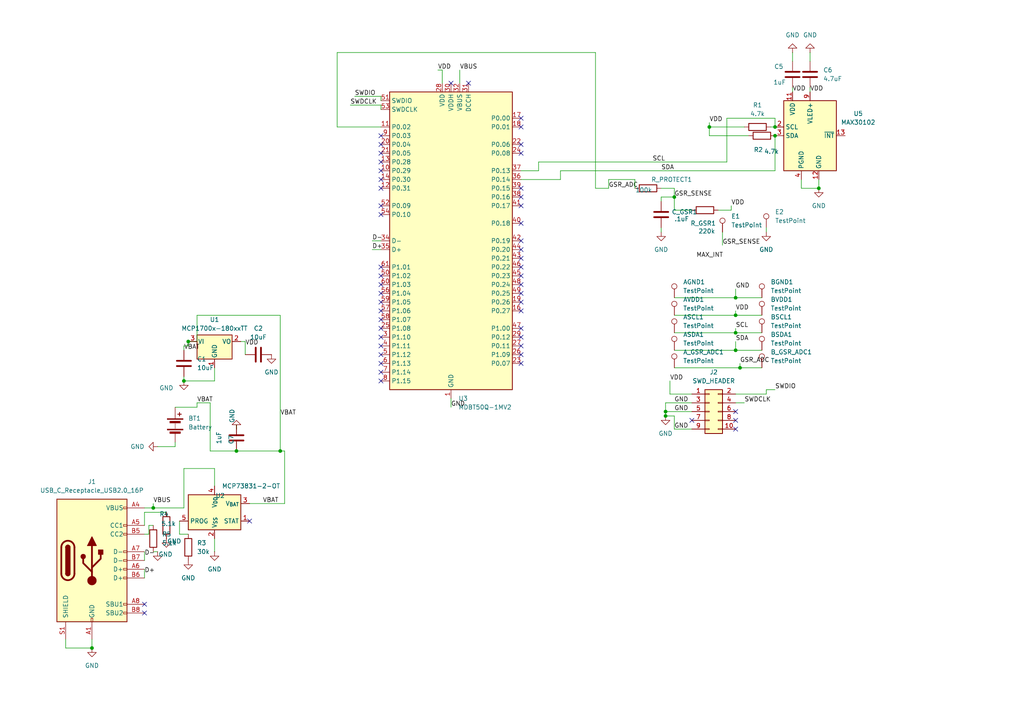
<source format=kicad_sch>
(kicad_sch (version 20250114) (generator "eeschema") (generator_version "9.0")
  (paper "A4")
  (lib_symbols
    (symbol "Battery_Management:MCP73831-2-OT"
      (property "Reference" "U" (at -7.62 6.35 0))
      (property "Value" "MCP73831-2-OT" (at 1.27 6.35 0))
      (symbol "MCP73831-2-OT_0_1"
        (rectangle (start -7.62 5.08) (end 7.62 -5.08) (stroke (width 0.254)) (fill (type background)))
      )
      (symbol "MCP73831-2-OT_1_1"
        (pin input line (at -10.16 -2.54 0) (length 2.54) (name "PROG") (number "5"))
        (pin power_in line (at 0 7.62 270) (length 2.54) (name "V_{DD}") (number "4"))
        (pin power_in line (at 0 -7.62 90) (length 2.54) (name "V_{SS}") (number "2"))
        (pin power_out line (at 10.16 2.54 180) (length 2.54) (name "V_{BAT}") (number "3"))
        (pin tri_state line (at 10.16 -2.54 180) (length 2.54) (name "STAT") (number "1"))
      )
    )
    (symbol "Connector:TestPoint" (pin_numbers (hide yes)) (pin_names (offset 0.762) (hide yes))
      (property "Reference" "TP" (at 0 6.858 0))
      (property "Value" "TestPoint" (at 0 5.08 0))
      (symbol "TestPoint_0_1"
        (circle (center 0 3.302) (radius 0.762))
      )
      (symbol "TestPoint_1_1"
        (pin passive line (at 0 0 90) (length 2.54) (name "1") (number "1"))
      )
    )
    (symbol "Connector:USB_C_Receptacle_USB2.0_16P" (pin_names (offset 1.016))
      (property "Reference" "J" (at 0 22.225 0))
      (property "Value" "USB_C_Receptacle_USB2.0_16P" (at 0 19.685 0))
      (symbol "USB_C_Receptacle_USB2.0_16P_0_0"
        (rectangle (start -0.254 -17.78) (end 0.254 -16.764))
        (rectangle (start 10.16 15.494) (end 9.144 14.986))
        (rectangle (start 10.16 10.414) (end 9.144 9.906))
        (rectangle (start 10.16 7.874) (end 9.144 7.366))
        (rectangle (start 10.16 2.794) (end 9.144 2.286))
        (rectangle (start 10.16 0.254) (end 9.144 -0.254))
        (rectangle (start 10.16 -2.286) (end 9.144 -2.794))
        (rectangle (start 10.16 -4.826) (end 9.144 -5.334))
        (rectangle (start 10.16 -12.446) (end 9.144 -12.954))
        (rectangle (start 10.16 -14.986) (end 9.144 -15.494))
      )
      (symbol "USB_C_Receptacle_USB2.0_16P_0_1"
        (rectangle (start -10.16 17.78) (end 10.16 -17.78) (stroke (width 0.254)) (fill (type background)))
        (polyline (pts (xy -8.89 -3.81) (xy -8.89 3.81)) (stroke (width 0.508)))
        (rectangle (start -7.62 -3.81) (end -6.35 3.81) (stroke (width 0.254)) (fill (type outline)))
        (arc (start -7.62 3.81) (mid -6.985 4.4423) (end -6.35 3.81) (stroke (width 0.254)))
        (arc (start -7.62 3.81) (mid -6.985 4.4423) (end -6.35 3.81) (stroke (width 0.254)) (fill (type outline)))
        (arc (start -8.89 3.81) (mid -6.985 5.7067) (end -5.08 3.81) (stroke (width 0.508)))
        (arc (start -5.08 -3.81) (mid -6.985 -5.7067) (end -8.89 -3.81) (stroke (width 0.508)))
        (arc (start -6.35 -3.81) (mid -6.985 -4.4423) (end -7.62 -3.81) (stroke (width 0.254)))
        (arc (start -6.35 -3.81) (mid -6.985 -4.4423) (end -7.62 -3.81) (stroke (width 0.254)) (fill (type outline)))
        (polyline (pts (xy -5.08 3.81) (xy -5.08 -3.81)) (stroke (width 0.508)))
        (circle (center -2.54 1.143) (radius 0.635) (stroke (width 0.254)) (fill (type outline)))
        (polyline (pts (xy -1.27 4.318) (xy 0 6.858) (xy 1.27 4.318) (xy -1.27 4.318)) (stroke (width 0.254)) (fill (type outline)))
        (polyline (pts (xy 0 -2.032) (xy 2.54 0.508) (xy 2.54 1.778)) (stroke (width 0.508)))
        (polyline (pts (xy 0 -3.302) (xy -2.54 -0.762) (xy -2.54 0.508)) (stroke (width 0.508)))
        (polyline (pts (xy 0 -5.842) (xy 0 4.318)) (stroke (width 0.508)))
        (circle (center 0 -5.842) (radius 1.27) (fill (type outline)))
        (rectangle (start 1.905 1.778) (end 3.175 3.048) (stroke (width 0.254)) (fill (type outline)))
      )
      (symbol "USB_C_Receptacle_USB2.0_16P_1_1"
        (pin passive line (at -7.62 -22.86 90) (length 5.08) (name "SHIELD") (number "S1"))
        (pin passive line (at 0 -22.86 90) (length 5.08) (name "GND") (number "A1"))
        (pin passive line (at 0 -22.86 90) (length 5.08) (hide yes) (name "GND") (number "A12"))
        (pin passive line (at 0 -22.86 90) (length 5.08) (hide yes) (name "GND") (number "B1"))
        (pin passive line (at 0 -22.86 90) (length 5.08) (hide yes) (name "GND") (number "B12"))
        (pin passive line (at 15.24 15.24 180) (length 5.08) (name "VBUS") (number "A4"))
        (pin passive line (at 15.24 15.24 180) (length 5.08) (hide yes) (name "VBUS") (number "A9"))
        (pin passive line (at 15.24 15.24 180) (length 5.08) (hide yes) (name "VBUS") (number "B4"))
        (pin passive line (at 15.24 15.24 180) (length 5.08) (hide yes) (name "VBUS") (number "B9"))
        (pin bidirectional line (at 15.24 10.16 180) (length 5.08) (name "CC1") (number "A5"))
        (pin bidirectional line (at 15.24 7.62 180) (length 5.08) (name "CC2") (number "B5"))
        (pin bidirectional line (at 15.24 2.54 180) (length 5.08) (name "D-") (number "A7"))
        (pin bidirectional line (at 15.24 0 180) (length 5.08) (name "D-") (number "B7"))
        (pin bidirectional line (at 15.24 -2.54 180) (length 5.08) (name "D+") (number "A6"))
        (pin bidirectional line (at 15.24 -5.08 180) (length 5.08) (name "D+") (number "B6"))
        (pin bidirectional line (at 15.24 -12.7 180) (length 5.08) (name "SBU1") (number "A8"))
        (pin bidirectional line (at 15.24 -15.24 180) (length 5.08) (name "SBU2") (number "B8"))
      )
    )
    (symbol "Connector_Generic:Conn_02x05_Odd_Even" (pin_names (offset 1.016) (hide yes))
      (property "Reference" "J" (at 1.27 7.62 0))
      (property "Value" "Conn_02x05_Odd_Even" (at 1.27 -7.62 0))
      (symbol "Conn_02x05_Odd_Even_1_1"
        (rectangle (start -1.27 6.35) (end 3.81 -6.35) (stroke (width 0.254)) (fill (type background)))
        (rectangle (start -1.27 5.207) (end 0 4.953) (stroke (width 0.1524)))
        (rectangle (start -1.27 2.667) (end 0 2.413) (stroke (width 0.1524)))
        (rectangle (start -1.27 0.127) (end 0 -0.127) (stroke (width 0.1524)))
        (rectangle (start -1.27 -2.413) (end 0 -2.667) (stroke (width 0.1524)))
        (rectangle (start -1.27 -4.953) (end 0 -5.207) (stroke (width 0.1524)))
        (rectangle (start 3.81 5.207) (end 2.54 4.953) (stroke (width 0.1524)))
        (rectangle (start 3.81 2.667) (end 2.54 2.413) (stroke (width 0.1524)))
        (rectangle (start 3.81 0.127) (end 2.54 -0.127) (stroke (width 0.1524)))
        (rectangle (start 3.81 -2.413) (end 2.54 -2.667) (stroke (width 0.1524)))
        (rectangle (start 3.81 -4.953) (end 2.54 -5.207) (stroke (width 0.1524)))
        (pin passive line (at -5.08 5.08 0) (length 3.81) (name "Pin_1") (number "1"))
        (pin passive line (at -5.08 2.54 0) (length 3.81) (name "Pin_3") (number "3"))
        (pin passive line (at -5.08 0 0) (length 3.81) (name "Pin_5") (number "5"))
        (pin passive line (at -5.08 -2.54 0) (length 3.81) (name "Pin_7") (number "7"))
        (pin passive line (at -5.08 -5.08 0) (length 3.81) (name "Pin_9") (number "9"))
        (pin passive line (at 7.62 5.08 180) (length 3.81) (name "Pin_2") (number "2"))
        (pin passive line (at 7.62 2.54 180) (length 3.81) (name "Pin_4") (number "4"))
        (pin passive line (at 7.62 0 180) (length 3.81) (name "Pin_6") (number "6"))
        (pin passive line (at 7.62 -2.54 180) (length 3.81) (name "Pin_8") (number "8"))
        (pin passive line (at 7.62 -5.08 180) (length 3.81) (name "Pin_10") (number "10"))
      )
    )
    (symbol "Device:Battery" (pin_numbers (hide yes)) (pin_names (offset 0) (hide yes))
      (property "Reference" "BT" (at 2.54 2.54 0))
      (property "Value" "Battery" (at 2.54 0 0))
      (symbol "Battery_0_1"
        (rectangle (start -2.286 1.778) (end 2.286 1.524) (fill (type outline)))
        (rectangle (start -2.286 -1.27) (end 2.286 -1.524) (fill (type outline)))
        (rectangle (start -1.524 1.016) (end 1.524 0.508) (fill (type outline)))
        (rectangle (start -1.524 -2.032) (end 1.524 -2.54) (fill (type outline)))
        (polyline (pts (xy 0 1.778) (xy 0 2.54)))
        (polyline (pts (xy 0 0) (xy 0 0.254)))
        (polyline (pts (xy 0 -0.508) (xy 0 -0.254)))
        (polyline (pts (xy 0 -1.016) (xy 0 -0.762)))
        (polyline (pts (xy 0.762 3.048) (xy 1.778 3.048)) (stroke (width 0.254)))
        (polyline (pts (xy 1.27 3.556) (xy 1.27 2.54)) (stroke (width 0.254)))
      )
      (symbol "Battery_1_1"
        (pin passive line (at 0 5.08 270) (length 2.54) (name "+") (number "1"))
        (pin passive line (at 0 -5.08 90) (length 2.54) (name "-") (number "2"))
      )
    )
    (symbol "Device:C" (pin_numbers (hide yes)) (pin_names (offset 0.254))
      (property "Reference" "C" (at 0.635 2.54 0))
      (property "Value" "C" (at 0.635 -2.54 0))
      (symbol "C_0_1"
        (polyline (pts (xy -2.032 0.762) (xy 2.032 0.762)) (stroke (width 0.508)))
        (polyline (pts (xy -2.032 -0.762) (xy 2.032 -0.762)) (stroke (width 0.508)))
      )
      (symbol "C_1_1"
        (pin passive line (at 0 3.81 270) (length 2.794) (name "~") (number "1"))
        (pin passive line (at 0 -3.81 90) (length 2.794) (name "~") (number "2"))
      )
    )
    (symbol "Device:R" (pin_numbers (hide yes)) (pin_names (offset 0))
      (property "Reference" "R" (at 2.032 0 90))
      (property "Value" "R" (at 0 0 90))
      (symbol "R_0_1"
        (rectangle (start -1.016 -2.54) (end 1.016 2.54) (stroke (width 0.254)))
      )
      (symbol "R_1_1"
        (pin passive line (at 0 3.81 270) (length 1.27) (name "~") (number "1"))
        (pin passive line (at 0 -3.81 90) (length 1.27) (name "~") (number "2"))
      )
    )
    (symbol "RF_Module:MDBT50Q-1MV2"
      (property "Reference" "U" (at 0 0 0))
      (property "Value" "MDBT50Q-1MV2" (at 0 -2.54 0))
      (symbol "MDBT50Q-1MV2_0_1"
        (rectangle (start -17.78 43.18) (end 17.78 -43.18) (stroke (width 0.254)) (fill (type background)))
      )
      (symbol "MDBT50Q-1MV2_1_1"
        (pin bidirectional line (at -20.32 40.64 0) (length 2.54) (name "SWDIO") (number "51"))
        (pin input line (at -20.32 38.1 0) (length 2.54) (name "SWDCLK") (number "53"))
        (pin bidirectional line (at -20.32 33.02 0) (length 2.54) (name "P0.02") (number "11"))
        (pin bidirectional line (at -20.32 30.48 0) (length 2.54) (name "P0.03") (number "9"))
        (pin bidirectional line (at -20.32 27.94 0) (length 2.54) (name "P0.04") (number "20"))
        (pin bidirectional line (at -20.32 25.4 0) (length 2.54) (name "P0.05") (number "21"))
        (pin bidirectional line (at -20.32 22.86 0) (length 2.54) (name "P0.28") (number "13"))
        (pin bidirectional line (at -20.32 20.32 0) (length 2.54) (name "P0.29") (number "10"))
        (pin bidirectional line (at -20.32 17.78 0) (length 2.54) (name "P0.30") (number "14"))
        (pin bidirectional line (at -20.32 15.24 0) (length 2.54) (name "P0.31") (number "12"))
        (pin bidirectional line (at -20.32 10.16 0) (length 2.54) (name "P0.09") (number "52"))
        (pin bidirectional line (at -20.32 7.62 0) (length 2.54) (name "P0.10") (number "54"))
        (pin bidirectional line (at -20.32 0 0) (length 2.54) (name "D-") (number "34"))
        (pin bidirectional line (at -20.32 -2.54 0) (length 2.54) (name "D+") (number "35"))
        (pin bidirectional line (at -20.32 -7.62 0) (length 2.54) (name "P1.01") (number "61"))
        (pin bidirectional line (at -20.32 -10.16 0) (length 2.54) (name "P1.02") (number "50"))
        (pin bidirectional line (at -20.32 -12.7 0) (length 2.54) (name "P1.03") (number "60"))
        (pin bidirectional line (at -20.32 -15.24 0) (length 2.54) (name "P1.04") (number "56"))
        (pin bidirectional line (at -20.32 -17.78 0) (length 2.54) (name "P1.05") (number "59"))
        (pin bidirectional line (at -20.32 -20.32 0) (length 2.54) (name "P1.06") (number "57"))
        (pin bidirectional line (at -20.32 -22.86 0) (length 2.54) (name "P1.07") (number "58"))
        (pin bidirectional line (at -20.32 -25.4 0) (length 2.54) (name "P1.08") (number "25"))
        (pin bidirectional line (at -20.32 -27.94 0) (length 2.54) (name "P1.10") (number "3"))
        (pin bidirectional line (at -20.32 -30.48 0) (length 2.54) (name "P1.11") (number "4"))
        (pin bidirectional line (at -20.32 -33.02 0) (length 2.54) (name "P1.12") (number "5"))
        (pin bidirectional line (at -20.32 -35.56 0) (length 2.54) (name "P1.13") (number "6"))
        (pin bidirectional line (at -20.32 -38.1 0) (length 2.54) (name "P1.14") (number "7"))
        (pin bidirectional line (at -20.32 -40.64 0) (length 2.54) (name "P1.15") (number "8"))
        (pin power_in line (at -2.54 45.72 270) (length 2.54) (name "VDD") (number "28"))
        (pin power_in line (at 0 45.72 270) (length 2.54) (name "VDDH") (number "30"))
        (pin power_in line (at 0 -45.72 90) (length 2.54) (name "GND") (number "1"))
        (pin passive line (at 0 -45.72 90) (length 2.54) (hide yes) (name "GND") (number "15"))
        (pin passive line (at 0 -45.72 90) (length 2.54) (hide yes) (name "GND") (number "2"))
        (pin passive line (at 0 -45.72 90) (length 2.54) (hide yes) (name "GND") (number "33"))
        (pin passive line (at 0 -45.72 90) (length 2.54) (hide yes) (name "GND") (number "55"))
        (pin power_in line (at 2.54 45.72 270) (length 2.54) (name "VBUS") (number "32"))
        (pin power_out line (at 5.08 45.72 270) (length 2.54) (name "DCCH") (number "31"))
        (pin bidirectional line (at 20.32 35.56 180) (length 2.54) (name "P0.00") (number "17"))
        (pin bidirectional line (at 20.32 33.02 180) (length 2.54) (name "P0.01") (number "18"))
        (pin bidirectional line (at 20.32 27.94 180) (length 2.54) (name "P0.06") (number "22"))
        (pin bidirectional line (at 20.32 25.4 180) (length 2.54) (name "P0.08") (number "24"))
        (pin bidirectional line (at 20.32 20.32 180) (length 2.54) (name "P0.13") (number "37"))
        (pin bidirectional line (at 20.32 17.78 180) (length 2.54) (name "P0.14") (number "36"))
        (pin bidirectional line (at 20.32 15.24 180) (length 2.54) (name "P0.15") (number "39"))
        (pin bidirectional line (at 20.32 12.7 180) (length 2.54) (name "P0.16") (number "38"))
        (pin bidirectional line (at 20.32 10.16 180) (length 2.54) (name "P0.17") (number "41"))
        (pin bidirectional line (at 20.32 5.08 180) (length 2.54) (name "P0.18") (number "40"))
        (pin bidirectional line (at 20.32 0 180) (length 2.54) (name "P0.19") (number "42"))
        (pin bidirectional line (at 20.32 -2.54 180) (length 2.54) (name "P0.20") (number "44"))
        (pin bidirectional line (at 20.32 -5.08 180) (length 2.54) (name "P0.21") (number "43"))
        (pin bidirectional line (at 20.32 -7.62 180) (length 2.54) (name "P0.22") (number "46"))
        (pin bidirectional line (at 20.32 -10.16 180) (length 2.54) (name "P0.23") (number "45"))
        (pin bidirectional line (at 20.32 -12.7 180) (length 2.54) (name "P0.24") (number "48"))
        (pin bidirectional line (at 20.32 -15.24 180) (length 2.54) (name "P0.25") (number "49"))
        (pin bidirectional line (at 20.32 -17.78 180) (length 2.54) (name "P0.26") (number "19"))
        (pin bidirectional line (at 20.32 -20.32 180) (length 2.54) (name "P0.27") (number "16"))
        (pin bidirectional line (at 20.32 -25.4 180) (length 2.54) (name "P1.00") (number "47"))
        (pin bidirectional line (at 20.32 -27.94 180) (length 2.54) (name "P0.12") (number "29"))
        (pin bidirectional line (at 20.32 -30.48 180) (length 2.54) (name "P0.11") (number "27"))
        (pin bidirectional line (at 20.32 -33.02 180) (length 2.54) (name "P1.09") (number "26"))
        (pin bidirectional line (at 20.32 -35.56 180) (length 2.54) (name "P0.07") (number "23"))
      )
    )
    (symbol "Regulator_Linear:MCP1700x-180xxTT" (pin_names (offset 0.254))
      (property "Reference" "U" (at -3.81 3.175 0))
      (property "Value" "MCP1700x-180xxTT" (at 0 3.175 0))
      (symbol "MCP1700x-180xxTT_0_1"
        (rectangle (start -5.08 1.905) (end 5.08 -5.08) (stroke (width 0.254)) (fill (type background)))
      )
      (symbol "MCP1700x-180xxTT_1_1"
        (pin power_in line (at -7.62 0 0) (length 2.54) (name "VI") (number "3"))
        (pin power_in line (at 0 -7.62 90) (length 2.54) (name "GND") (number "1"))
        (pin power_out line (at 7.62 0 180) (length 2.54) (name "VO") (number "2"))
      )
    )
    (symbol "Sensor:MAX30102"
      (property "Reference" "U" (at 7.62 15.24 0))
      (property "Value" "MAX30102" (at 7.62 12.7 0))
      (symbol "MAX30102_0_1"
        (rectangle (start -7.62 10.16) (end 7.62 -10.16) (stroke (width 0.254)) (fill (type background)))
      )
      (symbol "MAX30102_1_1"
        (pin input line (at -10.16 2.54 0) (length 2.54) (name "SCL") (number "2"))
        (pin bidirectional line (at -10.16 0 0) (length 2.54) (name "SDA") (number "3"))
        (pin no_connect line (at -7.62 5.08 0) (length 2.54) (hide yes) (name "NC") (number "1"))
        (pin no_connect line (at -7.62 -2.54 0) (length 2.54) (hide yes) (name "NC") (number "7"))
        (pin power_in line (at -5.08 12.7 270) (length 2.54) (name "VDD") (number "11"))
        (pin power_in line (at -2.54 -12.7 90) (length 2.54) (name "PGND") (number "4"))
        (pin passive line (at 0 12.7 270) (length 2.54) (hide yes) (name "VLED+") (number "10"))
        (pin power_in line (at 0 12.7 270) (length 2.54) (name "VLED+") (number "9"))
        (pin power_in line (at 2.54 -12.7 90) (length 2.54) (name "GND") (number "12"))
        (pin no_connect line (at 7.62 5.08 180) (length 2.54) (hide yes) (name "NC") (number "8"))
        (pin no_connect line (at 7.62 2.54 180) (length 2.54) (hide yes) (name "NC") (number "14"))
        (pin no_connect line (at 7.62 -5.08 180) (length 2.54) (hide yes) (name "NC") (number "6"))
        (pin no_connect line (at 7.62 -7.62 180) (length 2.54) (hide yes) (name "NC") (number "5"))
        (pin output line (at 10.16 0 180) (length 2.54) (name "~{INT}") (number "13"))
      )
    )
    (symbol "power:GND" (power) (pin_numbers (hide yes)) (pin_names (offset 0) (hide yes))
      (property "Value" "GND" (at 0 -3.81 0))
      (symbol "GND_0_1"
        (polyline (pts (xy 0 0) (xy 0 -1.27) (xy 1.27 -1.27) (xy 0 -2.54) (xy -1.27 -1.27) (xy 0 -1.27)))
      )
      (symbol "GND_1_1"
        (pin power_in line (at 0 0 270) (length 0) (name "~") (number "1"))
      )
    )
  )
  (junction (at 53.34 110.49))
  (junction (at 213.36 86.36))
  (junction (at 193.04 120.65))
  (junction (at 195.58 57.15))
  (junction (at 213.36 91.44))
  (junction (at 205.74 36.83))
  (junction (at 214.63 106.68))
  (junction (at 224.79 36.83))
  (junction (at 193.04 119.38))
  (junction (at 81.28 130.81))
  (junction (at 237.49 54.61))
  (junction (at 224.79 39.37))
  (junction (at 68.58 130.81))
  (junction (at 26.67 187.96))
  (junction (at 44.45 147.32))
  (junction (at 54.61 99.06))
  (junction (at 213.36 101.6))
  (junction (at 213.36 96.52))
  (no_connect (at 213.36 124.46))
  (no_connect (at 110.49 110.49))
  (no_connect (at 151.13 85.09))
  (no_connect (at 41.91 175.26))
  (no_connect (at 110.49 46.99))
  (no_connect (at 110.49 92.71))
  (no_connect (at 110.49 62.23))
  (no_connect (at 151.13 69.85))
  (no_connect (at 110.49 97.79))
  (no_connect (at 151.13 77.47))
  (no_connect (at 110.49 54.61))
  (no_connect (at 130.81 24.13))
  (no_connect (at 151.13 82.55))
  (no_connect (at 110.49 95.25))
  (no_connect (at 110.49 80.01))
  (no_connect (at 110.49 85.09))
  (no_connect (at 110.49 59.69))
  (no_connect (at 135.89 24.13))
  (no_connect (at 110.49 82.55))
  (no_connect (at 151.13 105.41))
  (no_connect (at 110.49 87.63))
  (no_connect (at 110.49 100.33))
  (no_connect (at 151.13 72.39))
  (no_connect (at 151.13 95.25))
  (no_connect (at 110.49 39.37))
  (no_connect (at 151.13 34.29))
  (no_connect (at 200.66 121.92))
  (no_connect (at 110.49 44.45))
  (no_connect (at 151.13 54.61))
  (no_connect (at 151.13 102.87))
  (no_connect (at 151.13 90.17))
  (no_connect (at 213.36 119.38))
  (no_connect (at 151.13 59.69))
  (no_connect (at 110.49 102.87))
  (no_connect (at 151.13 57.15))
  (no_connect (at 151.13 97.79))
  (no_connect (at 110.49 105.41))
  (no_connect (at 151.13 44.45))
  (no_connect (at 110.49 77.47))
  (no_connect (at 72.39 151.13))
  (no_connect (at 213.36 121.92))
  (no_connect (at 151.13 74.93))
  (no_connect (at 41.91 177.8))
  (no_connect (at 110.49 49.53))
  (no_connect (at 110.49 90.17))
  (no_connect (at 151.13 80.01))
  (no_connect (at 151.13 87.63))
  (no_connect (at 151.13 64.77))
  (no_connect (at 151.13 41.91))
  (no_connect (at 110.49 52.07))
  (no_connect (at 110.49 41.91))
  (no_connect (at 110.49 107.95))
  (no_connect (at 151.13 100.33))
  (no_connect (at 151.13 36.83))
  (wire (pts (xy 53.34 109.22) (xy 53.34 110.49)))
  (wire (pts (xy 194.31 114.3) (xy 194.31 110.49)))
  (wire (pts (xy 41.91 147.32) (xy 44.45 147.32)))
  (wire (pts (xy 224.79 113.03) (xy 222.25 113.03)))
  (wire (pts (xy 191.77 58.42) (xy 191.77 57.15)))
  (wire (pts (xy 44.45 146.05) (xy 44.45 147.32)))
  (wire (pts (xy 195.58 101.6) (xy 213.36 101.6)))
  (wire (pts (xy 191.77 66.04) (xy 191.77 67.31)))
  (wire (pts (xy 172.72 54.61) (xy 176.53 54.61)))
  (wire (pts (xy 53.34 147.32) (xy 53.34 135.89)))
  (wire (pts (xy 208.28 60.96) (xy 212.09 60.96)))
  (wire (pts (xy 44.45 152.4) (xy 43.18 152.4)))
  (wire (pts (xy 210.82 34.29) (xy 224.79 34.29)))
  (wire (pts (xy 220.98 106.68) (xy 214.63 106.68)))
  (wire (pts (xy 45.72 129.54) (xy 50.8 129.54)))
  (wire (pts (xy 229.87 25.4) (xy 229.87 26.67)))
  (wire (pts (xy 57.15 118.11) (xy 57.15 116.84)))
  (wire (pts (xy 234.95 15.24) (xy 234.95 17.78)))
  (wire (pts (xy 162.56 49.53) (xy 162.56 52.07)))
  (wire (pts (xy 200.66 124.46) (xy 195.58 124.46)))
  (wire (pts (xy 62.23 156.21) (xy 62.23 160.02)))
  (wire (pts (xy 133.35 20.32) (xy 133.35 24.13)))
  (wire (pts (xy 97.79 36.83) (xy 97.79 15.24)))
  (wire (pts (xy 53.34 110.49) (xy 62.23 110.49)))
  (wire (pts (xy 195.58 57.15) (xy 195.58 60.96)))
  (wire (pts (xy 213.36 116.84) (xy 215.9 116.84)))
  (wire (pts (xy 71.12 99.06) (xy 71.12 102.87)))
  (wire (pts (xy 50.8 118.11) (xy 57.15 118.11)))
  (wire (pts (xy 195.58 120.65) (xy 193.04 120.65)))
  (wire (pts (xy 200.66 114.3) (xy 194.31 114.3)))
  (wire (pts (xy 195.58 91.44) (xy 213.36 91.44)))
  (wire (pts (xy 53.34 100.33) (xy 54.61 100.33)))
  (wire (pts (xy 213.36 86.36) (xy 213.36 83.82)))
  (wire (pts (xy 62.23 135.89) (xy 62.23 140.97)))
  (wire (pts (xy 209.55 71.12) (xy 209.55 67.31)))
  (wire (pts (xy 43.18 154.94) (xy 41.91 154.94)))
  (wire (pts (xy 232.41 52.07) (xy 232.41 54.61)))
  (wire (pts (xy 128.27 24.13) (xy 128.27 20.32)))
  (wire (pts (xy 205.74 39.37) (xy 217.17 39.37)))
  (wire (pts (xy 19.05 187.96) (xy 26.67 187.96)))
  (wire (pts (xy 81.28 91.44) (xy 81.28 130.81)))
  (wire (pts (xy 130.81 115.57) (xy 130.81 118.11)))
  (wire (pts (xy 102.87 27.94) (xy 110.49 27.94)))
  (wire (pts (xy 52.07 151.13) (xy 52.07 154.94)))
  (wire (pts (xy 224.79 49.53) (xy 224.79 39.37)))
  (wire (pts (xy 50.8 128.27) (xy 50.8 129.54)))
  (wire (pts (xy 107.95 69.85) (xy 110.49 69.85)))
  (wire (pts (xy 191.77 54.61) (xy 195.58 54.61)))
  (wire (pts (xy 41.91 148.59) (xy 41.91 152.4)))
  (wire (pts (xy 220.98 96.52) (xy 213.36 96.52)))
  (wire (pts (xy 52.07 154.94) (xy 54.61 154.94)))
  (wire (pts (xy 48.26 148.59) (xy 41.91 148.59)))
  (wire (pts (xy 224.79 34.29) (xy 224.79 36.83)))
  (wire (pts (xy 184.15 52.07) (xy 176.53 52.07)))
  (wire (pts (xy 107.95 72.39) (xy 110.49 72.39)))
  (wire (pts (xy 212.09 60.96) (xy 212.09 59.69)))
  (wire (pts (xy 232.41 54.61) (xy 237.49 54.61)))
  (wire (pts (xy 54.61 99.06) (xy 57.15 99.06)))
  (wire (pts (xy 57.15 116.84) (xy 60.96 116.84)))
  (wire (pts (xy 41.91 165.1) (xy 41.91 167.64)))
  (wire (pts (xy 156.21 46.99) (xy 210.82 46.99)))
  (wire (pts (xy 162.56 49.53) (xy 224.79 49.53)))
  (wire (pts (xy 176.53 52.07) (xy 176.53 54.61)))
  (wire (pts (xy 156.21 49.53) (xy 151.13 49.53)))
  (wire (pts (xy 220.98 86.36) (xy 213.36 86.36)))
  (wire (pts (xy 214.63 106.68) (xy 214.63 105.41)))
  (wire (pts (xy 200.66 119.38) (xy 193.04 119.38)))
  (wire (pts (xy 195.58 54.61) (xy 195.58 57.15)))
  (wire (pts (xy 222.25 113.03) (xy 222.25 114.3)))
  (wire (pts (xy 110.49 27.94) (xy 110.49 29.21)))
  (wire (pts (xy 81.28 130.81) (xy 82.55 130.81)))
  (wire (pts (xy 205.74 35.56) (xy 205.74 36.83)))
  (wire (pts (xy 26.67 185.42) (xy 26.67 187.96)))
  (wire (pts (xy 53.34 135.89) (xy 62.23 135.89)))
  (wire (pts (xy 195.58 96.52) (xy 213.36 96.52)))
  (wire (pts (xy 57.15 91.44) (xy 81.28 91.44)))
  (wire (pts (xy 41.91 160.02) (xy 41.91 162.56)))
  (wire (pts (xy 44.45 147.32) (xy 53.34 147.32)))
  (wire (pts (xy 223.52 36.83) (xy 224.79 36.83)))
  (wire (pts (xy 200.66 60.96) (xy 195.58 60.96)))
  (wire (pts (xy 215.9 36.83) (xy 205.74 36.83)))
  (wire (pts (xy 220.98 91.44) (xy 213.36 91.44)))
  (wire (pts (xy 156.21 46.99) (xy 156.21 49.53)))
  (wire (pts (xy 19.05 185.42) (xy 19.05 187.96)))
  (wire (pts (xy 191.77 57.15) (xy 195.58 57.15)))
  (wire (pts (xy 71.12 99.06) (xy 69.85 99.06)))
  (wire (pts (xy 220.98 101.6) (xy 213.36 101.6)))
  (wire (pts (xy 210.82 46.99) (xy 210.82 34.29)))
  (wire (pts (xy 195.58 106.68) (xy 214.63 106.68)))
  (wire (pts (xy 162.56 52.07) (xy 151.13 52.07)))
  (wire (pts (xy 234.95 26.67) (xy 234.95 25.4)))
  (wire (pts (xy 60.96 116.84) (xy 60.96 130.81)))
  (wire (pts (xy 82.55 130.81) (xy 82.55 146.05)))
  (wire (pts (xy 195.58 86.36) (xy 213.36 86.36)))
  (wire (pts (xy 193.04 119.38) (xy 193.04 120.65)))
  (wire (pts (xy 43.18 152.4) (xy 43.18 154.94)))
  (wire (pts (xy 68.58 123.19) (xy 68.58 124.46)))
  (wire (pts (xy 213.36 96.52) (xy 213.36 95.25)))
  (wire (pts (xy 172.72 15.24) (xy 172.72 54.61)))
  (wire (pts (xy 213.36 91.44) (xy 213.36 90.17)))
  (wire (pts (xy 60.96 130.81) (xy 68.58 130.81)))
  (wire (pts (xy 68.58 130.81) (xy 81.28 130.81)))
  (wire (pts (xy 57.15 99.06) (xy 57.15 91.44)))
  (wire (pts (xy 213.36 101.6) (xy 213.36 99.06)))
  (wire (pts (xy 128.27 20.32) (xy 127 20.32)))
  (wire (pts (xy 195.58 124.46) (xy 195.58 120.65)))
  (wire (pts (xy 82.55 146.05) (xy 72.39 146.05)))
  (wire (pts (xy 110.49 30.48) (xy 110.49 31.75)))
  (wire (pts (xy 222.25 66.04) (xy 222.25 67.31)))
  (wire (pts (xy 62.23 106.68) (xy 62.23 110.49)))
  (wire (pts (xy 193.04 116.84) (xy 193.04 119.38)))
  (wire (pts (xy 101.6 30.48) (xy 110.49 30.48)))
  (wire (pts (xy 44.45 160.02) (xy 45.72 160.02)))
  (wire (pts (xy 97.79 15.24) (xy 172.72 15.24)))
  (wire (pts (xy 237.49 52.07) (xy 237.49 54.61)))
  (wire (pts (xy 200.66 116.84) (xy 193.04 116.84)))
  (wire (pts (xy 53.34 100.33) (xy 53.34 101.6)))
  (wire (pts (xy 213.36 114.3) (xy 222.25 114.3)))
  (wire (pts (xy 184.15 54.61) (xy 184.15 52.07)))
  (wire (pts (xy 110.49 36.83) (xy 97.79 36.83)))
  (wire (pts (xy 205.74 36.83) (xy 205.74 39.37)))
  (wire (pts (xy 229.87 15.24) (xy 229.87 17.78)))
  (wire (pts (xy 54.61 100.33) (xy 54.61 99.06)))
  (label "GND" (at 195.58 119.38 0))
  (label "GSR_SENSE" (at 209.55 71.12 0))
  (label "D-" (at 41.91 161.29 0))
  (label "SDA" (at 213.36 99.06 0))
  (label "VBAT" (at 57.15 116.84 0))
  (label "D+" (at 107.95 72.39 0))
  (label "GSR_ADC" (at 176.53 54.61 0))
  (label "VDD" (at 71.12 100.33 0))
  (label "SDA" (at 191.77 49.53 0))
  (label "VDD" (at 212.09 59.69 0))
  (label "VBUS" (at 133.35 20.32 0))
  (label "VBAT" (at 76.2 146.05 0))
  (label "SWDIO" (at 102.87 27.94 0))
  (label "GND" (at 195.58 124.46 0))
  (label "GND" (at 213.36 83.82 0))
  (label "SCL" (at 213.36 95.25 0))
  (label "D+" (at 41.91 166.37 0))
  (label "VBAT" (at 53.34 101.6 0))
  (label "GND" (at 195.58 116.84 0))
  (label "VDD" (at 205.74 35.56 0))
  (label "VDD" (at 127 20.32 0))
  (label "VBUS" (at 44.45 146.05 0))
  (label "SWDCLK" (at 215.9 116.84 0))
  (label "D-" (at 107.95 69.85 0))
  (label "GSR_ADC" (at 214.63 105.41 0))
  (label "GSR_SENSE" (at 195.58 57.15 0))
  (label "GND" (at 130.81 118.11 0))
  (label "SCL" (at 189.23 46.99 0))
  (label "VDD" (at 194.31 110.49 0))
  (label "VBAT" (at 81.28 120.65 0))
  (label "SWDCLK" (at 101.6 30.48 0))
  (label "VDD" (at 234.95 26.67 0))
  (label "VDD" (at 229.87 26.67 0))
  (label "SWDIO" (at 224.79 113.03 0))
  (label "VDD" (at 213.36 90.17 0))
  (label "MAX_INT" (at 201.93 74.93 0))
  (symbol (lib_id "Device:R") (at 54.61 158.75 0) (unit 1)
    (property "Reference" "R3" (at 57.15 157.4799 0) (effects (justify left)))
    (property "Value" "30k" (at 57.15 160.0199 0) (effects (justify left)))
    (property "Footprint" "Resistor_SMD:R_0603_1608Metric" (effects (hide yes)))
    (property "Description" "Resistor" (effects (hide yes)))
  )
  (symbol (lib_id "Device:R") (at 187.96 54.61 90) (unit 1)
    (property "Reference" "R_PROTECT1" (at 194.818 52.07 90))
    (property "Value" "100k" (at 186.69 55.118 90))
    (property "Footprint" "Resistor_SMD:R_0603_1608Metric" (effects (hide yes)))
    (property "Description" "Resistor" (effects (hide yes)))
  )
  (symbol (lib_id "power:GND") (at 237.49 54.61 0) (unit 1)
    (property "Reference" "#PWR05" (effects (hide yes)))
    (property "Value" "GND" (at 237.49 59.69 0))
    (property "Description" "Power symbol creates a global label with name \"GND\" , ground" (effects (hide yes)))
  )
  (symbol (lib_id "Device:R") (at 204.47 60.96 90) (unit 1)
    (property "Reference" "R_GSR1" (at 203.962 64.77 90))
    (property "Value" "220k" (at 204.978 67.056 90))
    (property "Footprint" "Resistor_SMD:R_0603_1608Metric" (effects (hide yes)))
    (property "Description" "Resistor" (effects (hide yes)))
  )
  (symbol (lib_id "Connector:TestPoint") (at 209.55 67.31 0) (unit 1)
    (property "Reference" "E1" (at 212.09 62.7379 0) (effects (justify left)))
    (property "Value" "TestPoint" (at 212.09 65.2779 0) (effects (justify left)))
    (property "Footprint" "TestPoint:TestPoint_Pad_D2.0mm" (effects (hide yes)))
    (property "Description" "test point" (effects (hide yes)))
  )
  (symbol (lib_id "Regulator_Linear:MCP1700x-180xxTT") (at 62.23 99.06 0) (unit 1)
    (property "Reference" "U1" (at 62.23 92.71 0))
    (property "Value" "MCP1700x-180xxTT" (at 62.23 95.25 0))
    (property "Footprint" "Package_TO_SOT_SMD:SOT-23" (effects (hide yes)))
    (property "Datasheet" "http://ww1.microchip.com/downloads/en/DeviceDoc/20001826D.pdf" (effects (hide yes)))
    (property "Description" "250mA Low Quiscent Current LDO, 1.8V output, SOT-23" (effects (hide yes)))
  )
  (symbol (lib_id "Connector:TestPoint") (at 195.58 96.52 0) (unit 1)
    (property "Reference" "ASCL1" (at 198.12 91.9479 0) (effects (justify left)))
    (property "Value" "TestPoint" (at 198.12 94.4879 0) (effects (justify left)))
    (property "Footprint" "TestPoint:TestPoint_Pad_D1.0mm" (effects (hide yes)))
    (property "Description" "test point" (effects (hide yes)))
  )
  (symbol (lib_id "Connector:TestPoint") (at 222.25 66.04 0) (unit 1)
    (property "Reference" "E2" (at 224.79 61.4679 0) (effects (justify left)))
    (property "Value" "TestPoint" (at 224.79 64.0079 0) (effects (justify left)))
    (property "Footprint" "TestPoint:TestPoint_Pad_D2.0mm" (effects (hide yes)))
    (property "Description" "test point" (effects (hide yes)))
  )
  (symbol (lib_id "power:GND") (at 26.67 187.96 0) (unit 1)
    (property "Reference" "#PWR011" (effects (hide yes)))
    (property "Value" "GND" (at 26.67 193.04 0))
    (property "Description" "Power symbol creates a global label with name \"GND\" , ground" (effects (hide yes)))
  )
  (symbol (lib_id "Device:R") (at 48.26 152.4 180) (unit 1)
    (property "Reference" "R4" (at 46.228 149.098 0) (effects (justify right)))
    (property "Value" "5.1k" (at 46.736 151.892 0) (effects (justify right)))
    (property "Footprint" "Resistor_SMD:R_0603_1608Metric" (effects (hide yes)))
    (property "Description" "Resistor" (effects (hide yes)))
  )
  (symbol (lib_id "Connector:TestPoint") (at 220.98 96.52 0) (unit 1)
    (property "Reference" "BSCL1" (at 223.52 91.9479 0) (effects (justify left)))
    (property "Value" "TestPoint" (at 223.52 94.4879 0) (effects (justify left)))
    (property "Footprint" "TestPoint:TestPoint_Pad_D1.0mm" (effects (hide yes)))
    (property "Description" "test point" (effects (hide yes)))
  )
  (symbol (lib_id "Connector:TestPoint") (at 195.58 106.68 0) (unit 1)
    (property "Reference" "A_GSR_ADC1" (at 198.12 102.1079 0) (effects (justify left)))
    (property "Value" "TestPoint" (at 198.12 104.6479 0) (effects (justify left)))
    (property "Footprint" "TestPoint:TestPoint_Pad_D1.0mm" (effects (hide yes)))
    (property "Description" "test point" (effects (hide yes)))
  )
  (symbol (lib_id "Connector:TestPoint") (at 220.98 101.6 0) (unit 1)
    (property "Reference" "BSDA1" (at 223.52 97.0279 0) (effects (justify left)))
    (property "Value" "TestPoint" (at 223.52 99.5679 0) (effects (justify left)))
    (property "Footprint" "TestPoint:TestPoint_Pad_D1.0mm" (effects (hide yes)))
    (property "Description" "test point" (effects (hide yes)))
  )
  (symbol (lib_id "power:GND") (at 68.58 124.46 180) (unit 1)
    (property "Reference" "#PWR013" (effects (hide yes)))
    (property "Value" "GND" (at 67.31 122.682 90) (effects (justify right)))
    (property "Description" "Power symbol creates a global label with name \"GND\" , ground" (effects (hide yes)))
  )
  (symbol (lib_id "power:GND") (at 53.34 110.49 0) (unit 1)
    (property "Reference" "#PWR03" (effects (hide yes)))
    (property "Value" "GND" (at 48.26 112.522 0))
    (property "Description" "Power symbol creates a global label with name \"GND\" , ground" (effects (hide yes)))
  )
  (symbol (lib_id "power:GND") (at 78.74 102.87 0) (unit 1)
    (property "Reference" "#PWR018" (effects (hide yes)))
    (property "Value" "GND" (at 78.74 107.95 0))
    (property "Description" "Power symbol creates a global label with name \"GND\" , ground" (effects (hide yes)))
  )
  (symbol (lib_id "Connector:TestPoint") (at 220.98 106.68 0) (unit 1)
    (property "Reference" "B_GSR_ADC1" (at 223.52 102.1079 0) (effects (justify left)))
    (property "Value" "TestPoint" (at 223.52 104.6479 0) (effects (justify left)))
    (property "Footprint" "TestPoint:TestPoint_Pad_D1.0mm" (effects (hide yes)))
    (property "Description" "test point" (effects (hide yes)))
  )
  (symbol (lib_id "Connector_Generic:Conn_02x05_Odd_Even") (at 205.74 119.38 0) (unit 1)
    (property "Reference" "J2" (at 207.01 107.95 0))
    (property "Value" "SWD_HEADER" (at 207.01 110.49 0))
    (property "Footprint" "TestPoint:TestPoint_Pad_D2.0mm" (effects (hide yes)))
    (property "Description" "Generic connector, double row, 02x05, odd/even pin numbering scheme (row 1 odd numbers, row 2 even numbers), script generated (kicad-library-utils/schlib/autogen/connector/)" (effects (hide yes)))
  )
  (symbol (lib_id "Device:C") (at 53.34 105.41 0) (unit 1)
    (property "Reference" "C1" (at 57.15 104.1399 0) (effects (justify left)))
    (property "Value" "10uF" (at 57.15 106.6799 0) (effects (justify left)))
    (property "Footprint" "Capacitor_SMD:C_0603_1608Metric" (effects (hide yes)))
    (property "Description" "Unpolarized capacitor" (effects (hide yes)))
  )
  (symbol (lib_id "power:GND") (at 229.87 15.24 180) (unit 1)
    (property "Reference" "#PWR02" (effects (hide yes)))
    (property "Value" "GND" (at 229.87 10.16 0))
    (property "Description" "Power symbol creates a global label with name \"GND\" , ground" (effects (hide yes)))
  )
  (symbol (lib_id "power:GND") (at 48.26 156.21 0) (unit 1)
    (property "Reference" "#PWR08" (effects (hide yes)))
    (property "Value" "GND" (at 50.546 156.972 0))
    (property "Description" "Power symbol creates a global label with name \"GND\" , ground" (effects (hide yes)))
  )
  (symbol (lib_id "power:GND") (at 234.95 15.24 180) (unit 1)
    (property "Reference" "#PWR04" (effects (hide yes)))
    (property "Value" "GND" (at 234.95 10.16 0))
    (property "Description" "Power symbol creates a global label with name \"GND\" , ground" (effects (hide yes)))
  )
  (symbol (lib_id "power:GND") (at 191.77 67.31 0) (unit 1)
    (property "Reference" "#PWR016" (effects (hide yes)))
    (property "Value" "GND" (at 191.77 72.39 0))
    (property "Description" "Power symbol creates a global label with name \"GND\" , ground" (effects (hide yes)))
  )
  (symbol (lib_id "Device:Battery") (at 50.8 123.19 0) (unit 1)
    (property "Reference" "BT1" (at 54.61 121.3484 0) (effects (justify left)))
    (property "Value" "Battery" (at 54.61 123.8884 0) (effects (justify left)))
    (property "Footprint" "Connector_Wire:SolderWire-0.127sqmm_1x02_P3.7mm_D0.48mm_OD1mm" (effects (hide yes)))
    (property "Description" "Multiple-cell battery" (effects (hide yes)))
  )
  (symbol (lib_id "power:GND") (at 45.72 160.02 0) (unit 1)
    (property "Reference" "#PWR09" (effects (hide yes)))
    (property "Value" "GND" (at 48.006 160.782 0))
    (property "Description" "Power symbol creates a global label with name \"GND\" , ground" (effects (hide yes)))
  )
  (symbol (lib_id "Connector:TestPoint") (at 220.98 91.44 0) (unit 1)
    (property "Reference" "BVDD1" (at 223.52 86.8679 0) (effects (justify left)))
    (property "Value" "TestPoint" (at 223.52 89.4079 0) (effects (justify left)))
    (property "Footprint" "TestPoint:TestPoint_Pad_D1.0mm" (effects (hide yes)))
    (property "Description" "test point" (effects (hide yes)))
  )
  (symbol (lib_id "Connector:TestPoint") (at 195.58 86.36 0) (unit 1)
    (property "Reference" "AGND1" (at 198.12 81.7879 0) (effects (justify left)))
    (property "Value" "TestPoint" (at 198.12 84.3279 0) (effects (justify left)))
    (property "Footprint" "TestPoint:TestPoint_Pad_D1.0mm" (effects (hide yes)))
    (property "Description" "test point" (effects (hide yes)))
  )
  (symbol (lib_id "Sensor:MAX30102") (at 234.95 39.37 0) (unit 1)
    (property "Reference" "U5" (at 248.92 32.9498 0))
    (property "Value" "MAX30102" (at 248.92 35.4898 0))
    (property "Footprint" "OptoDevice:Maxim_OLGA-14_3.3x5.6mm_P0.8mm" (effects (hide yes)))
    (property "Datasheet" "https://datasheets.maximintegrated.com/en/ds/MAX30102.pdf" (effects (hide yes)))
    (property "Description" "Heart Rate Sensor, 14-OLGA" (effects (hide yes)))
  )
  (symbol (lib_id "power:GND") (at 62.23 160.02 0) (unit 1)
    (property "Reference" "#PWR010" (effects (hide yes)))
    (property "Value" "GND" (at 62.23 165.1 0))
    (property "Description" "Power symbol creates a global label with name \"GND\" , ground" (effects (hide yes)))
  )
  (symbol (lib_id "Connector:TestPoint") (at 195.58 101.6 0) (unit 1)
    (property "Reference" "ASDA1" (at 198.12 97.0279 0) (effects (justify left)))
    (property "Value" "TestPoint" (at 198.12 99.5679 0) (effects (justify left)))
    (property "Footprint" "TestPoint:TestPoint_Pad_D1.0mm" (effects (hide yes)))
    (property "Description" "test point" (effects (hide yes)))
  )
  (symbol (lib_id "Connector:USB_C_Receptacle_USB2.0_16P") (at 26.67 162.56 0) (unit 1)
    (property "Reference" "J1" (at 26.67 139.7 0))
    (property "Value" "USB_C_Receptacle_USB2.0_16P" (at 26.67 142.24 0))
    (property "Footprint" "Connector_USB:USB_C_Receptacle_HRO_TYPE-C-31-M-12" (effects (hide yes)))
    (property "Datasheet" "https://www.usb.org/sites/default/files/documents/usb_type-c.zip" (effects (hide yes)))
    (property "Description" "USB 2.0-only 16P Type-C Receptacle connector" (effects (hide yes)))
  )
  (symbol (lib_id "power:GND") (at 45.72 129.54 270) (unit 1)
    (property "Reference" "#PWR06" (effects (hide yes)))
    (property "Value" "GND" (at 41.91 129.5399 90) (effects (justify right)))
    (property "Description" "Power symbol creates a global label with name \"GND\" , ground" (effects (hide yes)))
  )
  (symbol (lib_id "Device:R") (at 219.71 36.83 90) (unit 1)
    (property "Reference" "R1" (at 219.71 30.48 90))
    (property "Value" "4.7k" (at 219.71 33.02 90))
    (property "Footprint" "Resistor_SMD:R_0603_1608Metric" (effects (hide yes)))
    (property "Description" "Resistor" (effects (hide yes)))
  )
  (symbol (lib_id "power:GND") (at 222.25 67.31 0) (unit 1)
    (property "Reference" "#PWR017" (effects (hide yes)))
    (property "Value" "GND" (at 222.25 72.39 0))
    (property "Description" "Power symbol creates a global label with name \"GND\" , ground" (effects (hide yes)))
  )
  (symbol (lib_id "Device:C") (at 68.58 127 180) (unit 1)
    (property "Reference" "C7" (at 67.056 127.508 90))
    (property "Value" "1uF" (at 63.5 127 90))
    (property "Footprint" "Capacitor_SMD:C_0603_1608Metric" (effects (hide yes)))
    (property "Description" "Unpolarized capacitor" (effects (hide yes)))
  )
  (symbol (lib_id "RF_Module:MDBT50Q-1MV2") (at 130.81 69.85 0) (unit 1)
    (property "Reference" "U3" (at 132.9533 115.57 0) (effects (justify left)))
    (property "Value" "MDBT50Q-1MV2" (at 132.9533 118.11 0) (effects (justify left)))
    (property "Footprint" "RF_Module:Raytac_MDBT50Q" (effects (hide yes)))
    (property "Datasheet" "https://www.raytac.com/download/index.php?index_id=43" (effects (hide yes)))
    (property "Description" "Multiprotocol BLE/ANT/2.4 GHz/802.15.4 Cortex-M4F SoC, nRF52840 module" (effects (hide yes)))
  )
  (symbol (lib_id "Connector:TestPoint") (at 195.58 91.44 0) (unit 1)
    (property "Reference" "AVDD1" (at 198.12 86.8679 0) (effects (justify left)))
    (property "Value" "TestPoint" (at 198.12 89.4079 0) (effects (justify left)))
    (property "Footprint" "TestPoint:TestPoint_Pad_D1.0mm" (effects (hide yes)))
    (property "Description" "test point" (effects (hide yes)))
  )
  (symbol (lib_id "Device:C") (at 234.95 21.59 0) (unit 1)
    (property "Reference" "C6" (at 238.76 20.3199 0) (effects (justify left)))
    (property "Value" "4.7uF" (at 238.76 22.8599 0) (effects (justify left)))
    (property "Footprint" "Capacitor_SMD:C_0805_2012Metric" (effects (hide yes)))
    (property "Description" "Unpolarized capacitor" (effects (hide yes)))
  )
  (symbol (lib_id "Device:C") (at 191.77 62.23 0) (unit 1)
    (property "Reference" "C_GSR1" (at 194.818 61.468 0) (effects (justify left)))
    (property "Value" ".1uF" (at 195.58 63.4999 0) (effects (justify left)))
    (property "Footprint" "Capacitor_SMD:C_0603_1608Metric" (effects (hide yes)))
    (property "Description" "Unpolarized capacitor" (effects (hide yes)))
  )
  (symbol (lib_id "power:GND") (at 193.04 120.65 0) (unit 1)
    (property "Reference" "#PWR012" (effects (hide yes)))
    (property "Value" "GND" (at 193.04 125.73 0))
    (property "Description" "Power symbol creates a global label with name \"GND\" , ground" (effects (hide yes)))
  )
  (symbol (lib_id "Battery_Management:MCP73831-2-OT") (at 62.23 148.59 0) (unit 1)
    (property "Reference" "U2" (at 62.484 143.764 0) (effects (justify left)))
    (property "Value" "MCP73831-2-OT" (at 64.3733 140.97 0) (effects (justify left)))
    (property "Footprint" "Package_TO_SOT_SMD:SOT-23-5" (effects (hide yes)))
    (property "Datasheet" "http://ww1.microchip.com/downloads/en/DeviceDoc/20001984g.pdf" (effects (hide yes)))
    (property "Description" "Single cell, Li-Ion/Li-Po charge management controller, 4.20V, Tri-State Status Output, in SOT23-5 package" (effects (hide yes)))
  )
  (symbol (lib_id "Connector:TestPoint") (at 220.98 86.36 0) (unit 1)
    (property "Reference" "BGND1" (at 223.52 81.7879 0) (effects (justify left)))
    (property "Value" "TestPoint" (at 223.52 84.3279 0) (effects (justify left)))
    (property "Footprint" "TestPoint:TestPoint_Pad_D1.0mm" (effects (hide yes)))
    (property "Description" "test point" (effects (hide yes)))
  )
  (symbol (lib_id "Device:C") (at 74.93 102.87 270) (mirror x) (unit 1)
    (property "Reference" "C2" (at 74.93 95.25 90))
    (property "Value" "10uF" (at 74.93 97.79 90))
    (property "Footprint" "Capacitor_SMD:C_0603_1608Metric" (effects (hide yes)))
    (property "Description" "Unpolarized capacitor" (effects (hide yes)))
  )
  (symbol (lib_id "Device:C") (at 229.87 21.59 0) (unit 1)
    (property "Reference" "C5" (at 224.536 19.304 0) (effects (justify left)))
    (property "Value" "1uF" (at 224.282 23.876 0) (effects (justify left)))
    (property "Footprint" "Capacitor_SMD:C_0603_1608Metric" (effects (hide yes)))
    (property "Description" "Unpolarized capacitor" (effects (hide yes)))
  )
  (symbol (lib_id "Device:R") (at 44.45 156.21 180) (unit 1)
    (property "Reference" "R5" (at 46.99 154.9399 0) (effects (justify right)))
    (property "Value" "5.1k" (at 46.99 157.4799 0) (effects (justify right)))
    (property "Footprint" "Resistor_SMD:R_0603_1608Metric" (effects (hide yes)))
    (property "Description" "Resistor" (effects (hide yes)))
  )
  (symbol (lib_id "power:GND") (at 54.61 162.56 0) (unit 1)
    (property "Reference" "#PWR07" (effects (hide yes)))
    (property "Value" "GND" (at 54.61 167.64 0))
    (property "Description" "Power symbol creates a global label with name \"GND\" , ground" (effects (hide yes)))
  )
  (symbol (lib_id "Device:R") (at 220.98 39.37 90) (unit 1)
    (property "Reference" "R2" (at 219.964 43.434 90))
    (property "Value" "4.7k" (at 223.774 43.942 90))
    (property "Footprint" "Resistor_SMD:R_0603_1608Metric" (effects (hide yes)))
    (property "Description" "Resistor" (effects (hide yes)))
  )
)
</source>
